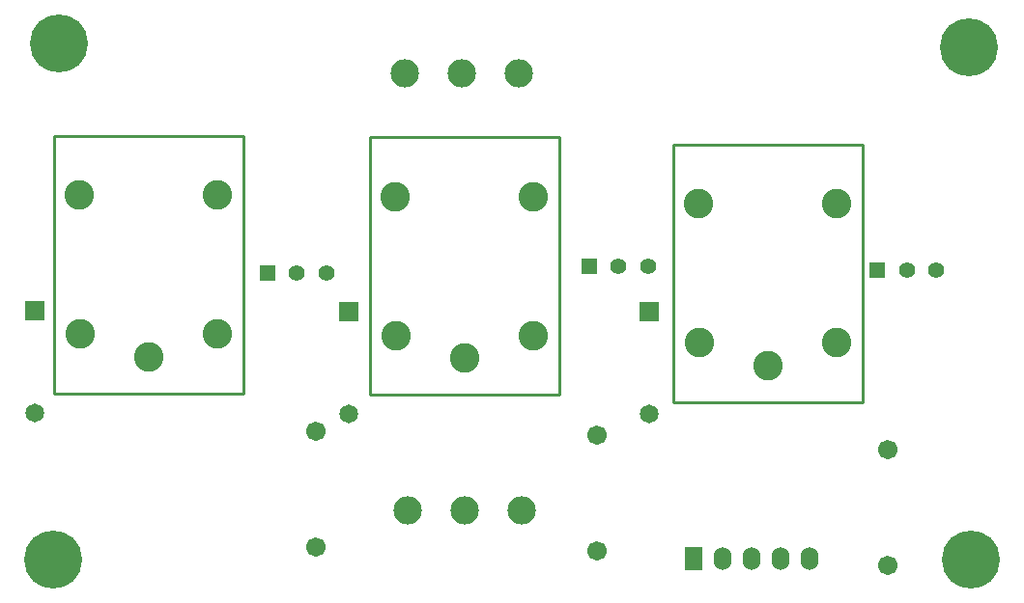
<source format=gtl>
G04 Layer_Physical_Order=1*
G04 Layer_Color=25308*
%FSAX23Y23*%
%MOIN*%
G70*
G01*
G75*
%ADD10C,0.010*%
%ADD11O,0.060X0.080*%
%ADD12R,0.060X0.080*%
%ADD13R,0.055X0.055*%
%ADD14C,0.055*%
%ADD15C,0.098*%
%ADD16C,0.067*%
%ADD17C,0.102*%
%ADD18C,0.065*%
%ADD19R,0.065X0.065*%
%ADD20C,0.200*%
D10*
X03308Y01720D02*
Y02610D01*
X03962D01*
Y01720D02*
Y02610D01*
X03308Y01720D02*
X03962D01*
X01173Y01750D02*
Y02640D01*
X01827D01*
Y01750D02*
Y02640D01*
X01173Y01750D02*
X01827D01*
X02263Y01745D02*
Y02635D01*
X02917D01*
Y01745D02*
Y02635D01*
X02263Y01745D02*
X02917D01*
D11*
X03780Y01178D02*
D03*
X03680D02*
D03*
X03580D02*
D03*
X03480D02*
D03*
D12*
X03380D02*
D03*
D13*
X04013Y02175D02*
D03*
X01908Y02165D02*
D03*
X03018Y02190D02*
D03*
D14*
X04217Y02175D02*
D03*
X04115D02*
D03*
X02112Y02165D02*
D03*
X02010D02*
D03*
X03222Y02190D02*
D03*
X03120D02*
D03*
D15*
X02383Y02855D02*
D03*
X02580D02*
D03*
X02777D02*
D03*
X02787Y01345D02*
D03*
X02590D02*
D03*
X02393D02*
D03*
D16*
X04050Y01555D02*
D03*
Y01155D02*
D03*
X02075Y01620D02*
D03*
Y01220D02*
D03*
X03045Y01605D02*
D03*
Y01205D02*
D03*
D17*
X03635Y01846D02*
D03*
X03399Y01925D02*
D03*
X03395Y02405D02*
D03*
X03871D02*
D03*
Y01925D02*
D03*
X01500Y01876D02*
D03*
X01264Y01955D02*
D03*
X01260Y02435D02*
D03*
X01736D02*
D03*
Y01955D02*
D03*
X02590Y01871D02*
D03*
X02354Y01950D02*
D03*
X02350Y02430D02*
D03*
X02826D02*
D03*
Y01950D02*
D03*
D18*
X03225Y01678D02*
D03*
X01105Y01683D02*
D03*
X02190Y01678D02*
D03*
D19*
X03225Y02032D02*
D03*
X01105Y02037D02*
D03*
X02190Y02032D02*
D03*
D20*
X01190Y02960D02*
D03*
X01170Y01175D02*
D03*
X04330Y02945D02*
D03*
X04335Y01175D02*
D03*
M02*

</source>
